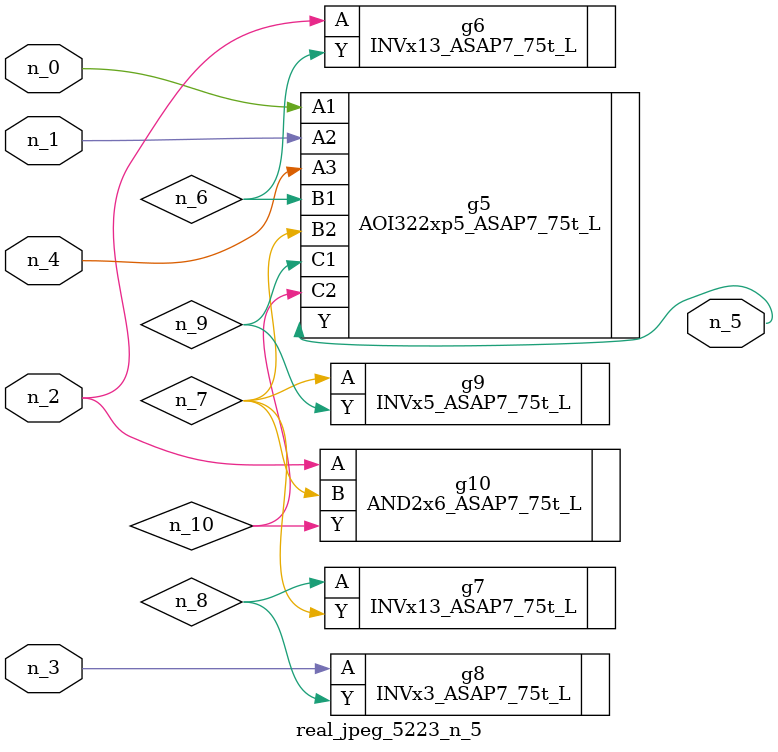
<source format=v>
module real_jpeg_5223_n_5 (n_4, n_0, n_1, n_2, n_3, n_5);

input n_4;
input n_0;
input n_1;
input n_2;
input n_3;

output n_5;

wire n_8;
wire n_6;
wire n_7;
wire n_10;
wire n_9;

AOI322xp5_ASAP7_75t_L g5 ( 
.A1(n_0),
.A2(n_1),
.A3(n_4),
.B1(n_6),
.B2(n_7),
.C1(n_9),
.C2(n_10),
.Y(n_5)
);

INVx13_ASAP7_75t_L g6 ( 
.A(n_2),
.Y(n_6)
);

AND2x6_ASAP7_75t_L g10 ( 
.A(n_2),
.B(n_7),
.Y(n_10)
);

INVx3_ASAP7_75t_L g8 ( 
.A(n_3),
.Y(n_8)
);

INVx5_ASAP7_75t_L g9 ( 
.A(n_7),
.Y(n_9)
);

INVx13_ASAP7_75t_L g7 ( 
.A(n_8),
.Y(n_7)
);


endmodule
</source>
